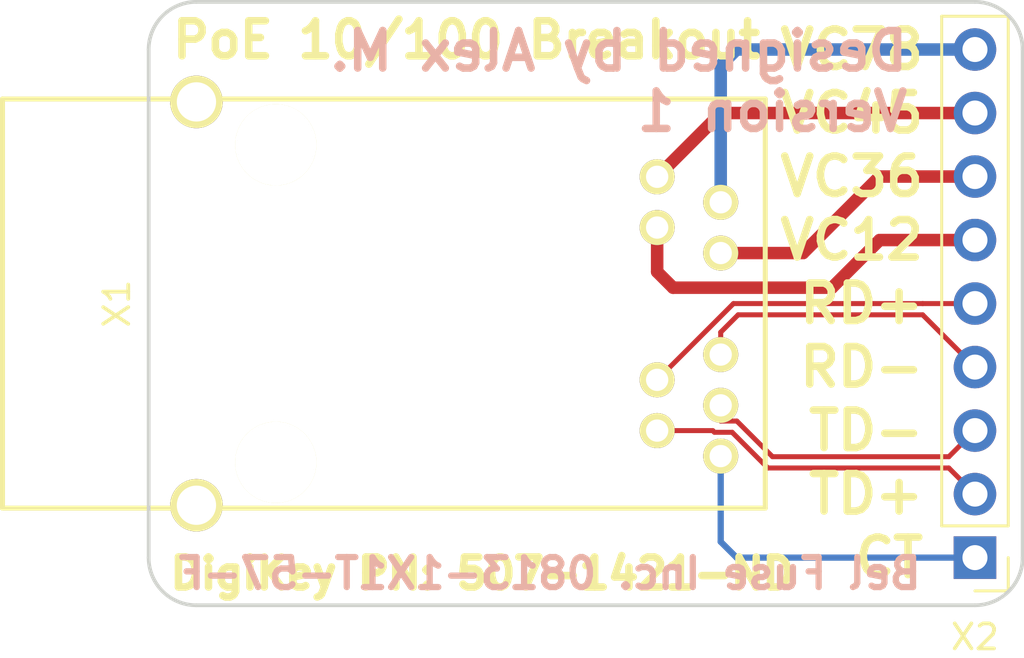
<source format=kicad_pcb>
(kicad_pcb (version 20171130) (host pcbnew "(5.0.0)")

  (general
    (thickness 1.6)
    (drawings 21)
    (tracks 34)
    (zones 0)
    (modules 2)
    (nets 10)
  )

  (page USLetter)
  (title_block
    (title "0813-1X1T-57-F Breakout")
    (date 2018-08-19)
    (rev 1)
    (company "Alex M.")
  )

  (layers
    (0 F.Cu signal)
    (31 B.Cu signal)
    (32 B.Adhes user)
    (33 F.Adhes user)
    (34 B.Paste user)
    (35 F.Paste user)
    (36 B.SilkS user)
    (37 F.SilkS user)
    (38 B.Mask user)
    (39 F.Mask user)
    (40 Dwgs.User user)
    (41 Cmts.User user)
    (42 Eco1.User user)
    (43 Eco2.User user)
    (44 Edge.Cuts user)
    (45 Margin user)
    (46 B.CrtYd user)
    (47 F.CrtYd user)
    (48 B.Fab user)
    (49 F.Fab user hide)
  )

  (setup
    (last_trace_width 0.25)
    (trace_clearance 0.1524)
    (zone_clearance 0.508)
    (zone_45_only no)
    (trace_min 0.2)
    (segment_width 0.2)
    (edge_width 0.15)
    (via_size 0.8)
    (via_drill 0.4)
    (via_min_size 0.4)
    (via_min_drill 0.3)
    (uvia_size 0.3)
    (uvia_drill 0.1)
    (uvias_allowed no)
    (uvia_min_size 0.2)
    (uvia_min_drill 0.1)
    (pcb_text_width 0.3)
    (pcb_text_size 1.5 1.5)
    (mod_edge_width 0.15)
    (mod_text_size 1 1)
    (mod_text_width 0.15)
    (pad_size 1.524 1.524)
    (pad_drill 0.762)
    (pad_to_mask_clearance 0.2)
    (aux_axis_origin 0 0)
    (visible_elements 7FFFFFFF)
    (pcbplotparams
      (layerselection 0x010fc_ffffffff)
      (usegerberextensions false)
      (usegerberattributes false)
      (usegerberadvancedattributes false)
      (creategerberjobfile false)
      (excludeedgelayer true)
      (linewidth 0.100000)
      (plotframeref false)
      (viasonmask false)
      (mode 1)
      (useauxorigin false)
      (hpglpennumber 1)
      (hpglpenspeed 20)
      (hpglpendiameter 15.000000)
      (psnegative false)
      (psa4output false)
      (plotreference true)
      (plotvalue true)
      (plotinvisibletext false)
      (padsonsilk false)
      (subtractmaskfromsilk false)
      (outputformat 1)
      (mirror false)
      (drillshape 1)
      (scaleselection 1)
      (outputdirectory ""))
  )

  (net 0 "")
  (net 1 /RD-)
  (net 2 /TD-)
  (net 3 /RD+)
  (net 4 /TD+)
  (net 5 /CT)
  (net 6 /VC78)
  (net 7 /VC36)
  (net 8 /VC45)
  (net 9 /VC12)

  (net_class Default "This is the default net class."
    (clearance 0.1524)
    (trace_width 0.25)
    (via_dia 0.8)
    (via_drill 0.4)
    (uvia_dia 0.3)
    (uvia_drill 0.1)
    (add_net /CT)
    (add_net /RD+)
    (add_net /RD-)
    (add_net /TD+)
    (add_net /TD-)
  )

  (net_class Differential ""
    (clearance 0.1524)
    (trace_width 0.25)
    (via_dia 0.8)
    (via_drill 0.4)
    (uvia_dia 0.3)
    (uvia_drill 0.1)
  )

  (net_class Power ""
    (clearance 0.2)
    (trace_width 0.5)
    (via_dia 0.8)
    (via_drill 0.4)
    (uvia_dia 0.3)
    (uvia_drill 0.1)
    (add_net /VC12)
    (add_net /VC36)
    (add_net /VC45)
    (add_net /VC78)
  )

  (module Pin_Headers:Pin_Header_Straight_1x09_Pitch2.54mm (layer F.Cu) (tedit 59650532) (tstamp 5B79EF60)
    (at 123.19 118.745 180)
    (descr "Through hole straight pin header, 1x09, 2.54mm pitch, single row")
    (tags "Through hole pin header THT 1x09 2.54mm single row")
    (path /5B79F442)
    (fp_text reference X2 (at 0 -3.175 180) (layer F.SilkS)
      (effects (font (size 1 1) (thickness 0.15)))
    )
    (fp_text value Conn_01x09 (at 0 22.65 180) (layer F.Fab)
      (effects (font (size 1 1) (thickness 0.15)))
    )
    (fp_line (start -0.635 -1.27) (end 1.27 -1.27) (layer F.Fab) (width 0.1))
    (fp_line (start 1.27 -1.27) (end 1.27 21.59) (layer F.Fab) (width 0.1))
    (fp_line (start 1.27 21.59) (end -1.27 21.59) (layer F.Fab) (width 0.1))
    (fp_line (start -1.27 21.59) (end -1.27 -0.635) (layer F.Fab) (width 0.1))
    (fp_line (start -1.27 -0.635) (end -0.635 -1.27) (layer F.Fab) (width 0.1))
    (fp_line (start -1.33 21.65) (end 1.33 21.65) (layer F.SilkS) (width 0.12))
    (fp_line (start -1.33 1.27) (end -1.33 21.65) (layer F.SilkS) (width 0.12))
    (fp_line (start 1.33 1.27) (end 1.33 21.65) (layer F.SilkS) (width 0.12))
    (fp_line (start -1.33 1.27) (end 1.33 1.27) (layer F.SilkS) (width 0.12))
    (fp_line (start -1.33 0) (end -1.33 -1.33) (layer F.SilkS) (width 0.12))
    (fp_line (start -1.33 -1.33) (end 0 -1.33) (layer F.SilkS) (width 0.12))
    (fp_line (start -1.8 -1.8) (end -1.8 22.1) (layer F.CrtYd) (width 0.05))
    (fp_line (start -1.8 22.1) (end 1.8 22.1) (layer F.CrtYd) (width 0.05))
    (fp_line (start 1.8 22.1) (end 1.8 -1.8) (layer F.CrtYd) (width 0.05))
    (fp_line (start 1.8 -1.8) (end -1.8 -1.8) (layer F.CrtYd) (width 0.05))
    (fp_text user %R (at 0 10.16 270) (layer F.Fab)
      (effects (font (size 1 1) (thickness 0.15)))
    )
    (pad 1 thru_hole rect (at 0 0 180) (size 1.7 1.7) (drill 1) (layers *.Cu *.Mask)
      (net 5 /CT))
    (pad 2 thru_hole oval (at 0 2.54 180) (size 1.7 1.7) (drill 1) (layers *.Cu *.Mask)
      (net 4 /TD+))
    (pad 3 thru_hole oval (at 0 5.08 180) (size 1.7 1.7) (drill 1) (layers *.Cu *.Mask)
      (net 2 /TD-))
    (pad 4 thru_hole oval (at 0 7.62 180) (size 1.7 1.7) (drill 1) (layers *.Cu *.Mask)
      (net 1 /RD-))
    (pad 5 thru_hole oval (at 0 10.16 180) (size 1.7 1.7) (drill 1) (layers *.Cu *.Mask)
      (net 3 /RD+))
    (pad 6 thru_hole oval (at 0 12.7 180) (size 1.7 1.7) (drill 1) (layers *.Cu *.Mask)
      (net 9 /VC12))
    (pad 7 thru_hole oval (at 0 15.24 180) (size 1.7 1.7) (drill 1) (layers *.Cu *.Mask)
      (net 7 /VC36))
    (pad 8 thru_hole oval (at 0 17.78 180) (size 1.7 1.7) (drill 1) (layers *.Cu *.Mask)
      (net 8 /VC45))
    (pad 9 thru_hole oval (at 0 20.32 180) (size 1.7 1.7) (drill 1) (layers *.Cu *.Mask)
      (net 6 /VC78))
    (model ${KISYS3DMOD}/Pin_Headers.3dshapes/Pin_Header_Straight_1x09_Pitch2.54mm.wrl
      (at (xyz 0 0 0))
      (scale (xyz 1 1 1))
      (rotate (xyz 0 0 0))
    )
  )

  (module AlexComponents:0813-1X1T-57-F_RJ45-Jack (layer F.Cu) (tedit 59EBD4B4) (tstamp 5B79F075)
    (at 95.25 108.585 90)
    (path /5B79F3A6)
    (fp_text reference X1 (at 0 -6.35 90) (layer F.SilkS)
      (effects (font (size 1 1) (thickness 0.15)))
    )
    (fp_text value 0813-1X1T-57-F (at 3 22.2 90) (layer F.Fab)
      (effects (font (size 1 1) (thickness 0.15)))
    )
    (fp_line (start -8.18 -10.92) (end -8.18 19.56) (layer F.SilkS) (width 0.2))
    (fp_line (start 8.18 -10.92) (end 8.18 19.56) (layer F.SilkS) (width 0.2))
    (fp_line (start -8.18 -10.92) (end 8.18 -10.92) (layer F.SilkS) (width 0.2))
    (fp_line (start -8.18 19.56) (end 8.18 19.56) (layer F.SilkS) (width 0.2))
    (pad 11 thru_hole circle (at 4.05 17.78 90) (size 1.4 1.4) (drill 0.89) (layers *.Cu *.Mask F.SilkS)
      (net 6 /VC78))
    (pad 10 thru_hole circle (at 2.02 17.78 90) (size 1.4 1.4) (drill 0.89) (layers *.Cu *.Mask F.SilkS)
      (net 7 /VC36))
    (pad 9 thru_hole circle (at -2.04 17.78 90) (size 1.4 1.4) (drill 0.89) (layers *.Cu *.Mask F.SilkS)
      (net 1 /RD-))
    (pad 8 thru_hole circle (at -4.07 17.78 90) (size 1.4 1.4) (drill 0.89) (layers *.Cu *.Mask F.SilkS)
      (net 2 /TD-))
    (pad 7 thru_hole circle (at -6.1 17.78 90) (size 1.4 1.4) (drill 0.89) (layers *.Cu *.Mask F.SilkS)
      (net 5 /CT))
    (pad 6 thru_hole circle (at 5.07 15.24 90) (size 1.4 1.4) (drill 0.89) (layers *.Cu *.Mask F.SilkS)
      (net 8 /VC45))
    (pad 5 thru_hole circle (at 3.04 15.24 90) (size 1.4 1.4) (drill 0.89) (layers *.Cu *.Mask F.SilkS)
      (net 9 /VC12))
    (pad 2 thru_hole circle (at -3.05 15.24 90) (size 1.4 1.4) (drill 0.89) (layers *.Cu *.Mask F.SilkS)
      (net 3 /RD+))
    (pad 1 thru_hole circle (at -5.08 15.24 90) (size 1.4 1.4) (drill 0.89) (layers *.Cu *.Mask F.SilkS)
      (net 4 /TD+))
    (pad "" thru_hole circle (at -8.065 -3.17 90) (size 2.1 2.1) (drill 1.57) (layers *.Cu *.Mask F.SilkS))
    (pad "" thru_hole circle (at 8.065 -3.17 90) (size 2.1 2.1) (drill 1.57) (layers *.Cu *.Mask F.SilkS))
    (pad "" np_thru_hole circle (at 6.35 0 90) (size 3.25 3.25) (drill 3.25) (layers *.Cu *.Mask F.SilkS))
    (pad "" np_thru_hole circle (at -6.35 0 90) (size 3.25 3.25) (drill 3.25) (layers *.Cu *.Mask F.SilkS))
  )

  (gr_text "Designed by Alex M.\nVersion 1" (at 120.65 99.695) (layer B.SilkS)
    (effects (font (size 1.5 1.5) (thickness 0.3)) (justify left mirror))
  )
  (gr_line (start 92.075 96.52) (end 123.19 96.52) (layer Edge.Cuts) (width 0.15))
  (gr_line (start 90.17 118.745) (end 90.17 98.425) (layer Edge.Cuts) (width 0.15))
  (gr_line (start 123.19 120.65) (end 92.075 120.65) (layer Edge.Cuts) (width 0.15))
  (gr_line (start 125.095 98.425) (end 125.095 118.745) (layer Edge.Cuts) (width 0.15))
  (gr_arc (start 92.075 118.745) (end 90.17 118.745) (angle -90) (layer Edge.Cuts) (width 0.15))
  (gr_arc (start 92.075 98.425) (end 92.075 96.52) (angle -90) (layer Edge.Cuts) (width 0.15))
  (gr_arc (start 123.19 98.425) (end 125.095 98.425) (angle -90) (layer Edge.Cuts) (width 0.15))
  (gr_arc (start 123.19 118.745) (end 123.19 120.65) (angle -90) (layer Edge.Cuts) (width 0.15))
  (gr_text "PoE 10/100 Breakout" (at 102.87 98.044) (layer F.SilkS)
    (effects (font (size 1.4 1.4) (thickness 0.3)))
  )
  (gr_text "Bel Fuse Inc. 0813-1X1T-57-F" (at 106.172 119.38) (layer B.SilkS)
    (effects (font (size 1.2 1.2) (thickness 0.25)) (justify mirror))
  )
  (gr_text "DigiKey PN: 507-1421-ND" (at 103.505 119.38) (layer F.SilkS)
    (effects (font (size 1.2 1.2) (thickness 0.3)))
  )
  (gr_text CT (at 121.285 118.745) (layer F.SilkS)
    (effects (font (size 1.5 1.5) (thickness 0.3)) (justify right))
  )
  (gr_text RD- (at 121.285 111.125) (layer F.SilkS)
    (effects (font (size 1.5 1.5) (thickness 0.3)) (justify right))
  )
  (gr_text RD+ (at 121.285 108.585) (layer F.SilkS)
    (effects (font (size 1.5 1.5) (thickness 0.3)) (justify right))
  )
  (gr_text TD- (at 121.285 113.665) (layer F.SilkS)
    (effects (font (size 1.5 1.5) (thickness 0.3)) (justify right))
  )
  (gr_text TD+ (at 121.285 116.205) (layer F.SilkS)
    (effects (font (size 1.5 1.5) (thickness 0.3)) (justify right))
  )
  (gr_text VC78 (at 121.285 98.425) (layer F.SilkS)
    (effects (font (size 1.5 1.5) (thickness 0.3)) (justify right))
  )
  (gr_text VC45 (at 121.285 100.965) (layer F.SilkS)
    (effects (font (size 1.5 1.5) (thickness 0.3)) (justify right))
  )
  (gr_text VC36 (at 121.285 103.505) (layer F.SilkS)
    (effects (font (size 1.5 1.5) (thickness 0.3)) (justify right))
  )
  (gr_text VC12 (at 121.285 106.045) (layer F.SilkS)
    (effects (font (size 1.5 1.5) (thickness 0.3)) (justify right))
  )

  (segment (start 113.03 109.731397) (end 113.726397 109.035) (width 0.2) (layer F.Cu) (net 1))
  (segment (start 113.03 110.625) (end 113.03 109.731397) (width 0.2) (layer F.Cu) (net 1))
  (segment (start 113.726397 109.035) (end 121.1 109.035) (width 0.2) (layer F.Cu) (net 1))
  (segment (start 121.1 109.035) (end 123.19 111.125) (width 0.2) (layer F.Cu) (net 1))
  (segment (start 113.03 113.282608) (end 113.673545 113.282608) (width 0.2) (layer F.Cu) (net 2))
  (segment (start 113.03 112.655) (end 113.03 113.282608) (width 0.2) (layer F.Cu) (net 2))
  (segment (start 113.673545 113.282608) (end 115.100937 114.71) (width 0.2) (layer F.Cu) (net 2))
  (segment (start 115.100937 114.71) (end 122.145 114.71) (width 0.2) (layer F.Cu) (net 2))
  (segment (start 122.145 114.71) (end 123.19 113.665) (width 0.2) (layer F.Cu) (net 2))
  (segment (start 121.1 108.585) (end 123.19 108.585) (width 0.2) (layer F.Cu) (net 3))
  (segment (start 110.49 111.635) (end 113.54 108.585) (width 0.2) (layer F.Cu) (net 3))
  (segment (start 113.54 108.585) (end 121.1 108.585) (width 0.2) (layer F.Cu) (net 3))
  (segment (start 122.145 115.16) (end 123.19 116.205) (width 0.2) (layer F.Cu) (net 4))
  (segment (start 112.7794 113.732599) (end 113.487153 113.732599) (width 0.2) (layer F.Cu) (net 4))
  (segment (start 112.711801 113.665) (end 112.7794 113.732599) (width 0.2) (layer F.Cu) (net 4))
  (segment (start 114.914554 115.16) (end 122.145 115.16) (width 0.2) (layer F.Cu) (net 4))
  (segment (start 113.487153 113.732599) (end 114.914554 115.16) (width 0.2) (layer F.Cu) (net 4))
  (segment (start 110.49 113.665) (end 112.711801 113.665) (width 0.2) (layer F.Cu) (net 4))
  (segment (start 123.19 118.745) (end 113.665 118.745) (width 0.25) (layer B.Cu) (net 5))
  (segment (start 113.03 118.11) (end 113.03 114.685) (width 0.25) (layer B.Cu) (net 5))
  (segment (start 113.665 118.745) (end 113.03 118.11) (width 0.25) (layer B.Cu) (net 5))
  (segment (start 113.03 104.535) (end 113.03 99.06) (width 0.5) (layer B.Cu) (net 6))
  (segment (start 113.665 98.425) (end 123.19 98.425) (width 0.5) (layer B.Cu) (net 6))
  (segment (start 113.03 99.06) (end 113.665 98.425) (width 0.5) (layer B.Cu) (net 6))
  (segment (start 113.03 106.565) (end 116.32 106.565) (width 0.5) (layer F.Cu) (net 7))
  (segment (start 119.38 103.505) (end 123.19 103.505) (width 0.5) (layer F.Cu) (net 7))
  (segment (start 116.32 106.565) (end 119.38 103.505) (width 0.5) (layer F.Cu) (net 7))
  (segment (start 113.04 100.965) (end 123.19 100.965) (width 0.5) (layer F.Cu) (net 8))
  (segment (start 110.49 103.515) (end 113.04 100.965) (width 0.5) (layer F.Cu) (net 8))
  (segment (start 110.49 107.315) (end 110.49 105.545) (width 0.5) (layer F.Cu) (net 9))
  (segment (start 111.125 107.95) (end 110.49 107.315) (width 0.5) (layer F.Cu) (net 9))
  (segment (start 117.475 107.95) (end 111.125 107.95) (width 0.5) (layer F.Cu) (net 9))
  (segment (start 123.19 106.045) (end 119.38 106.045) (width 0.5) (layer F.Cu) (net 9))
  (segment (start 119.38 106.045) (end 117.475 107.95) (width 0.5) (layer F.Cu) (net 9))

)

</source>
